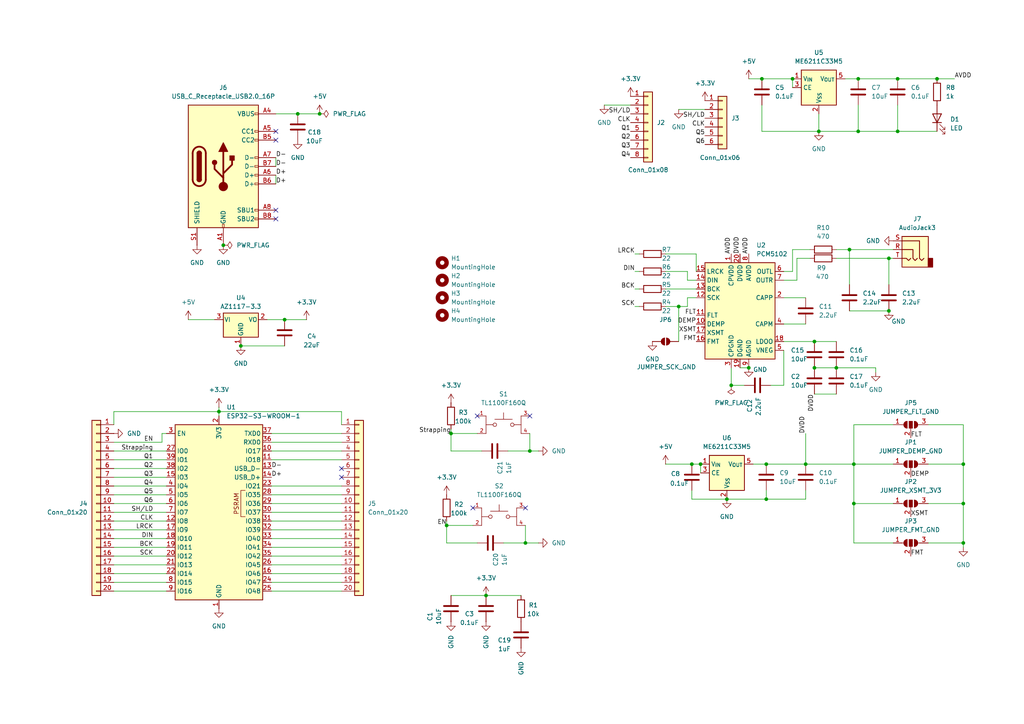
<source format=kicad_sch>
(kicad_sch (version 20231120) (generator "eeschema") (generator_version "8.0")
  (paper "A4")
  (junction (at 237.49 38.1))
  (junction (at 153.67 130.81))
  (junction (at 220.98 22.86))
  (junction (at 129.54 152.4))
  (junction (at 260.35 22.86))
  (junction (at 63.5 119.38))
  (junction (at 248.92 22.86))
  (junction (at 92.71 33.02))
  (junction (at 248.92 38.1))
  (junction (at 82.55 92.71))
  (junction (at 69.85 100.33))
  (junction (at 246.38 72.39))
  (junction (at 279.4 146.05))
  (junction (at 196.85 88.9))
  (junction (at 236.22 106.68))
  (junction (at 242.57 106.68))
  (junction (at 86.36 33.02))
  (junction (at 210.82 144.78))
  (junction (at 233.68 134.62))
  (junction (at 260.35 38.1))
  (junction (at 236.22 99.06))
  (junction (at 200.66 134.62))
  (junction (at 64.77 71.12))
  (junction (at 203.2 134.62))
  (junction (at 257.81 90.17))
  (junction (at 217.17 106.68))
  (junction (at 279.4 134.62))
  (junction (at 212.09 111.76))
  (junction (at 140.97 172.72))
  (junction (at 152.4 157.48))
  (junction (at 257.81 74.93))
  (junction (at 279.4 157.48))
  (junction (at 247.65 134.62))
  (junction (at 229.87 22.86))
  (junction (at 247.65 146.05))
  (junction (at 130.81 125.73))
  (junction (at 222.25 144.78))
  (junction (at 271.78 22.86))
  (junction (at 222.25 134.62))
  (no_connect (at 153.67 120.65))
  (no_connect (at 80.01 63.5))
  (no_connect (at 138.43 120.65))
  (no_connect (at 80.01 38.1))
  (no_connect (at 152.4 147.32))
  (no_connect (at 80.01 60.96))
  (no_connect (at 99.06 135.89))
  (no_connect (at 80.01 40.64))
  (no_connect (at 137.16 147.32))
  (no_connect (at 99.06 138.43))
  (wire (pts (xy 153.67 125.73) (xy 153.67 130.81)))
  (wire (pts (xy 99.06 128.27) (xy 78.74 128.27)))
  (wire (pts (xy 237.49 38.1) (xy 237.49 33.02)))
  (wire (pts (xy 33.02 140.97) (xy 48.26 140.97)))
  (wire (pts (xy 99.06 163.83) (xy 78.74 163.83)))
  (wire (pts (xy 248.92 22.86) (xy 260.35 22.86)))
  (wire (pts (xy 229.87 22.86) (xy 229.87 25.4)))
  (wire (pts (xy 152.4 157.48) (xy 146.05 157.48)))
  (wire (pts (xy 33.02 153.67) (xy 48.26 153.67)))
  (wire (pts (xy 248.92 30.48) (xy 248.92 38.1)))
  (wire (pts (xy 260.35 30.48) (xy 260.35 38.1)))
  (wire (pts (xy 217.17 22.86) (xy 220.98 22.86)))
  (wire (pts (xy 69.85 100.33) (xy 82.55 100.33)))
  (wire (pts (xy 212.09 106.68) (xy 212.09 111.76)))
  (wire (pts (xy 193.04 134.62) (xy 200.66 134.62)))
  (wire (pts (xy 199.39 81.28) (xy 201.93 81.28)))
  (wire (pts (xy 33.02 163.83) (xy 48.26 163.83)))
  (wire (pts (xy 233.68 142.24) (xy 233.68 144.78)))
  (wire (pts (xy 200.66 144.78) (xy 210.82 144.78)))
  (wire (pts (xy 210.82 144.78) (xy 222.25 144.78)))
  (wire (pts (xy 247.65 134.62) (xy 247.65 146.05)))
  (wire (pts (xy 269.24 146.05) (xy 279.4 146.05)))
  (wire (pts (xy 246.38 72.39) (xy 246.38 82.55)))
  (wire (pts (xy 33.02 133.35) (xy 48.26 133.35)))
  (wire (pts (xy 259.08 123.19) (xy 247.65 123.19)))
  (wire (pts (xy 130.81 172.72) (xy 140.97 172.72)))
  (wire (pts (xy 279.4 134.62) (xy 279.4 146.05)))
  (wire (pts (xy 130.81 125.73) (xy 138.43 125.73)))
  (wire (pts (xy 33.02 166.37) (xy 48.26 166.37)))
  (wire (pts (xy 218.44 134.62) (xy 222.25 134.62)))
  (wire (pts (xy 245.11 22.86) (xy 248.92 22.86)))
  (wire (pts (xy 99.06 130.81) (xy 78.74 130.81)))
  (wire (pts (xy 242.57 74.93) (xy 257.81 74.93)))
  (wire (pts (xy 99.06 161.29) (xy 78.74 161.29)))
  (wire (pts (xy 233.68 125.73) (xy 233.68 134.62)))
  (wire (pts (xy 242.57 106.68) (xy 254 106.68)))
  (wire (pts (xy 129.54 152.4) (xy 129.54 157.48)))
  (wire (pts (xy 140.97 172.72) (xy 151.13 172.72)))
  (wire (pts (xy 82.55 92.71) (xy 88.9 92.71)))
  (wire (pts (xy 222.25 142.24) (xy 222.25 144.78)))
  (wire (pts (xy 129.54 151.13) (xy 129.54 152.4)))
  (wire (pts (xy 130.81 125.73) (xy 130.81 130.81)))
  (wire (pts (xy 220.98 30.48) (xy 220.98 38.1)))
  (wire (pts (xy 99.06 158.75) (xy 78.74 158.75)))
  (wire (pts (xy 223.52 111.76) (xy 227.33 111.76)))
  (wire (pts (xy 54.61 92.71) (xy 62.23 92.71)))
  (wire (pts (xy 279.4 123.19) (xy 279.4 134.62)))
  (wire (pts (xy 184.15 88.9) (xy 185.42 88.9)))
  (wire (pts (xy 279.4 157.48) (xy 279.4 158.75)))
  (wire (pts (xy 99.06 151.13) (xy 78.74 151.13)))
  (wire (pts (xy 46.99 128.27) (xy 33.02 128.27)))
  (wire (pts (xy 33.02 171.45) (xy 48.26 171.45)))
  (wire (pts (xy 248.92 38.1) (xy 260.35 38.1)))
  (wire (pts (xy 184.15 83.82) (xy 185.42 83.82)))
  (wire (pts (xy 220.98 38.1) (xy 237.49 38.1)))
  (wire (pts (xy 99.06 125.73) (xy 78.74 125.73)))
  (wire (pts (xy 92.71 33.02) (xy 86.36 33.02)))
  (wire (pts (xy 231.14 81.28) (xy 227.33 81.28)))
  (wire (pts (xy 63.5 119.38) (xy 63.5 120.65)))
  (wire (pts (xy 231.14 74.93) (xy 231.14 81.28)))
  (wire (pts (xy 229.87 72.39) (xy 229.87 78.74)))
  (wire (pts (xy 80.01 45.72) (xy 80.01 48.26)))
  (wire (pts (xy 259.08 157.48) (xy 247.65 157.48)))
  (wire (pts (xy 193.04 83.82) (xy 201.93 83.82)))
  (wire (pts (xy 86.36 33.02) (xy 80.01 33.02)))
  (wire (pts (xy 269.24 134.62) (xy 279.4 134.62)))
  (wire (pts (xy 130.81 130.81) (xy 139.7 130.81)))
  (wire (pts (xy 99.06 153.67) (xy 78.74 153.67)))
  (wire (pts (xy 246.38 72.39) (xy 259.08 72.39)))
  (wire (pts (xy 237.49 38.1) (xy 248.92 38.1)))
  (wire (pts (xy 147.32 130.81) (xy 153.67 130.81)))
  (wire (pts (xy 260.35 22.86) (xy 271.78 22.86)))
  (wire (pts (xy 271.78 22.86) (xy 276.86 22.86)))
  (wire (pts (xy 233.68 134.62) (xy 247.65 134.62)))
  (wire (pts (xy 254 106.68) (xy 254 107.95)))
  (wire (pts (xy 99.06 148.59) (xy 78.74 148.59)))
  (wire (pts (xy 33.02 158.75) (xy 48.26 158.75)))
  (wire (pts (xy 257.81 74.93) (xy 257.81 82.55)))
  (wire (pts (xy 33.02 138.43) (xy 48.26 138.43)))
  (wire (pts (xy 236.22 106.68) (xy 242.57 106.68)))
  (wire (pts (xy 231.14 74.93) (xy 234.95 74.93)))
  (wire (pts (xy 257.81 74.93) (xy 259.08 74.93)))
  (wire (pts (xy 33.02 168.91) (xy 48.26 168.91)))
  (wire (pts (xy 236.22 99.06) (xy 242.57 99.06)))
  (wire (pts (xy 184.15 78.74) (xy 185.42 78.74)))
  (wire (pts (xy 63.5 119.38) (xy 63.5 118.11)))
  (wire (pts (xy 269.24 157.48) (xy 279.4 157.48)))
  (wire (pts (xy 99.06 123.19) (xy 99.06 119.38)))
  (wire (pts (xy 214.63 106.68) (xy 217.17 106.68)))
  (wire (pts (xy 212.09 111.76) (xy 215.9 111.76)))
  (wire (pts (xy 220.98 22.86) (xy 229.87 22.86)))
  (wire (pts (xy 80.01 50.8) (xy 80.01 53.34)))
  (wire (pts (xy 99.06 156.21) (xy 78.74 156.21)))
  (wire (pts (xy 33.02 123.19) (xy 33.02 119.38)))
  (wire (pts (xy 242.57 72.39) (xy 246.38 72.39)))
  (wire (pts (xy 247.65 157.48) (xy 247.65 146.05)))
  (wire (pts (xy 99.06 171.45) (xy 78.74 171.45)))
  (wire (pts (xy 99.06 168.91) (xy 78.74 168.91)))
  (wire (pts (xy 99.06 119.38) (xy 63.5 119.38)))
  (wire (pts (xy 227.33 86.36) (xy 233.68 86.36)))
  (wire (pts (xy 99.06 140.97) (xy 78.74 140.97)))
  (wire (pts (xy 129.54 152.4) (xy 137.16 152.4)))
  (wire (pts (xy 152.4 152.4) (xy 152.4 157.48)))
  (wire (pts (xy 184.15 73.66) (xy 185.42 73.66)))
  (wire (pts (xy 193.04 73.66) (xy 201.93 73.66)))
  (wire (pts (xy 269.24 123.19) (xy 279.4 123.19)))
  (wire (pts (xy 236.22 114.3) (xy 242.57 114.3)))
  (wire (pts (xy 33.02 130.81) (xy 48.26 130.81)))
  (wire (pts (xy 130.81 124.46) (xy 130.81 125.73)))
  (wire (pts (xy 260.35 38.1) (xy 271.78 38.1)))
  (wire (pts (xy 222.25 134.62) (xy 233.68 134.62)))
  (wire (pts (xy 48.26 125.73) (xy 46.99 125.73)))
  (wire (pts (xy 203.2 134.62) (xy 203.2 137.16)))
  (wire (pts (xy 33.02 119.38) (xy 63.5 119.38)))
  (wire (pts (xy 199.39 86.36) (xy 201.93 86.36)))
  (wire (pts (xy 33.02 151.13) (xy 48.26 151.13)))
  (wire (pts (xy 152.4 157.48) (xy 156.21 157.48)))
  (wire (pts (xy 33.02 135.89) (xy 48.26 135.89)))
  (wire (pts (xy 279.4 146.05) (xy 279.4 157.48)))
  (wire (pts (xy 200.66 134.62) (xy 203.2 134.62)))
  (wire (pts (xy 200.66 142.24) (xy 200.66 144.78)))
  (wire (pts (xy 99.06 133.35) (xy 78.74 133.35)))
  (wire (pts (xy 227.33 99.06) (xy 236.22 99.06)))
  (wire (pts (xy 227.33 101.6) (xy 227.33 111.76)))
  (wire (pts (xy 199.39 88.9) (xy 199.39 86.36)))
  (wire (pts (xy 247.65 134.62) (xy 259.08 134.62)))
  (wire (pts (xy 33.02 156.21) (xy 48.26 156.21)))
  (wire (pts (xy 46.99 125.73) (xy 46.99 128.27)))
  (wire (pts (xy 33.02 143.51) (xy 48.26 143.51)))
  (wire (pts (xy 33.02 161.29) (xy 48.26 161.29)))
  (wire (pts (xy 99.06 143.51) (xy 78.74 143.51)))
  (wire (pts (xy 196.85 31.75) (xy 204.47 31.75)))
  (wire (pts (xy 227.33 93.98) (xy 233.68 93.98)))
  (wire (pts (xy 99.06 166.37) (xy 78.74 166.37)))
  (wire (pts (xy 246.38 90.17) (xy 257.81 90.17)))
  (wire (pts (xy 77.47 92.71) (xy 82.55 92.71)))
  (wire (pts (xy 222.25 144.78) (xy 233.68 144.78)))
  (wire (pts (xy 229.87 78.74) (xy 227.33 78.74)))
  (wire (pts (xy 259.08 146.05) (xy 247.65 146.05)))
  (wire (pts (xy 156.21 130.81) (xy 153.67 130.81)))
  (wire (pts (xy 247.65 123.19) (xy 247.65 134.62)))
  (wire (pts (xy 201.93 73.66) (xy 201.93 78.74)))
  (wire (pts (xy 193.04 88.9) (xy 196.85 88.9)))
  (wire (pts (xy 229.87 72.39) (xy 234.95 72.39)))
  (wire (pts (xy 196.85 88.9) (xy 199.39 88.9)))
  (wire (pts (xy 33.02 148.59) (xy 48.26 148.59)))
  (wire (pts (xy 199.39 78.74) (xy 199.39 81.28)))
  (wire (pts (xy 33.02 146.05) (xy 48.26 146.05)))
  (wire (pts (xy 129.54 157.48) (xy 138.43 157.48)))
  (wire (pts (xy 99.06 146.05) (xy 78.74 146.05)))
  (wire (pts (xy 196.85 88.9) (xy 196.85 99.06)))
  (wire (pts (xy 175.26 30.48) (xy 182.88 30.48)))
  (wire (pts (xy 193.04 78.74) (xy 199.39 78.74)))
  (label "FLT" (at 264.16 127 0))
  (label "Q5" (at 44.45 143.51 180))
  (label "FLT" (at 201.93 91.44 180))
  (label "Q3" (at 182.88 43.18 180))
  (label "SH{slash}LD" (at 204.47 34.29 180))
  (label "Q1" (at 182.88 38.1 180))
  (label "Q6" (at 44.45 146.05 180))
  (label "D+" (at 78.74 138.43 0))
  (label "Q2" (at 44.45 135.89 180))
  (label "Strapping" (at 130.81 125.73 180))
  (label "DVDD" (at 233.68 125.73 90))
  (label "DEMP" (at 201.93 93.98 180))
  (label "EN" (at 44.45 128.27 180))
  (label "D-" (at 78.74 135.89 0))
  (label "BCK" (at 184.15 83.82 180))
  (label "DEMP" (at 264.16 138.43 0))
  (label "LRCK" (at 184.15 73.66 180))
  (label "SH{slash}LD" (at 182.88 33.02 180))
  (label "LRCK" (at 44.45 153.67 180))
  (label "DVDD" (at 214.63 73.66 90))
  (label "D-" (at 80.01 48.26 0))
  (label "SH{slash}LD" (at 44.45 148.59 180))
  (label "FMT" (at 201.93 99.06 180))
  (label "XSMT" (at 264.16 149.86 0))
  (label "EN" (at 129.54 152.4 180))
  (label "Q4" (at 182.88 45.72 180))
  (label "Strapping" (at 44.45 130.81 180))
  (label "AVDD" (at 212.09 73.66 90))
  (label "AVDD" (at 276.86 22.86 0))
  (label "Q6" (at 204.47 41.91 180))
  (label "CLK" (at 204.47 36.83 180))
  (label "DIN" (at 44.45 156.21 180))
  (label "CLK" (at 44.45 151.13 180))
  (label "Q2" (at 182.88 40.64 180))
  (label "DIN" (at 184.15 78.74 180))
  (label "D+" (at 80.01 53.34 0))
  (label "FMT" (at 264.16 161.29 0))
  (label "Q4" (at 44.45 140.97 180))
  (label "BCK" (at 44.45 158.75 180))
  (label "Q5" (at 204.47 39.37 180))
  (label "Q3" (at 44.45 138.43 180))
  (label "DVDD" (at 236.22 114.3 270))
  (label "Q1" (at 44.45 133.35 180))
  (label "AVDD" (at 217.17 73.66 90))
  (label "D+" (at 80.01 50.8 0))
  (label "SCK" (at 184.15 88.9 180))
  (label "SCK" (at 44.45 161.29 180))
  (label "XSMT" (at 201.93 96.52 180))
  (label "CLK" (at 182.88 35.56 180))
  (label "D-" (at 80.01 45.72 0))
  (symbol (lib_id "power:GND") (at 254 107.95 0) (unit 1)
    (property "Reference" "#PWR021" (effects (hide yes)))
    (property "Value" "GND" (at 254 113.03 0))
    (property "Description" "Power symbol creates a global label with name \"GND\" , ground" (effects (hide yes)))
  )
  (symbol (lib_id "power:GND") (at 64.77 71.12 0) (unit 1)
    (property "Reference" "#PWR09" (effects (hide yes)))
    (property "Value" "GND" (at 64.77 76.2 0))
    (property "Description" "Power symbol creates a global label with name \"GND\" , ground" (effects (hide yes)))
  )
  (symbol (lib_id "power:+3.3V") (at 182.88 27.94 0) (unit 1)
    (property "Reference" "#PWR014" (effects (hide yes)))
    (property "Value" "+3.3V" (at 182.88 22.86 0))
    (property "Description" "Power symbol creates a global label with name \"+3.3V\"" (effects (hide yes)))
  )
  (symbol (lib_id "Jumper:SolderJumper_3_Open") (at 264.16 146.05 0) (unit 1) (exclude_from_sim yes) (in_bom no)
    (property "Reference" "JP2" (at 264.16 139.7 0))
    (property "Value" "JUMPER_XSMT_3V3" (at 264.16 142.24 0))
    (property "Footprint" "Jumper:SolderJumper-3_P1.3mm_Open_RoundedPad1.0x1.5mm_NumberLabels" (effects (hide yes)))
    (property "Description" "Solder Jumper, 3-pole, open" (effects (hide yes)))
  )
  (symbol (lib_id "power:GND") (at 279.4 158.75 0) (unit 1)
    (property "Reference" "#PWR08" (effects (hide yes)))
    (property "Value" "GND" (at 279.4 163.83 0))
    (property "Description" "Power symbol creates a global label with name \"GND\" , ground" (effects (hide yes)))
  )
  (symbol (lib_id "Connector_Generic:Conn_01x08") (at 187.96 35.56 0) (unit 1)
    (property "Reference" "J2" (at 190.5 35.5599 0) (effects (justify left)))
    (property "Value" "Conn_01x08" (at 182.118 49.276 0) (effects (justify left)))
    (property "Footprint" "Connector_Molex:Molex_KK-254_AE-6410-08A_1x08_P2.54mm_Vertical" (effects (hide yes)))
    (property "Description" "Generic connector, single row, 01x08, script generated (kicad-library-utils/schlib/autogen/connector/)" (effects (hide yes)))
  )
  (symbol (lib_id "Connector:USB_C_Receptacle_USB2.0_16P") (at 64.77 48.26 0) (unit 1)
    (property "Reference" "J6" (at 64.77 25.4 0))
    (property "Value" "USB_C_Receptacle_USB2.0_16P" (at 64.77 27.94 0))
    (property "Footprint" "Connector_USB:USB_C_Receptacle_Amphenol_124019772112A" (effects (hide yes)))
    (property "Datasheet" "https://www.usb.org/sites/default/files/documents/usb_type-c.zip" (effects (hide yes)))
    (property "Description" "USB 2.0-only 16P Type-C Receptacle connector" (effects (hide yes)))
  )
  (symbol (lib_id "Device:C") (at 260.35 26.67 0) (unit 1)
    (property "Reference" "C6" (at 264.16 25.3999 0) (effects (justify left)))
    (property "Value" "0.1uF" (at 264.16 27.9399 0) (effects (justify left)))
    (property "Footprint" "Capacitor_SMD:C_0805_2012Metric_Pad1.18x1.45mm_HandSolder" (effects (hide yes)))
    (property "Description" "Unpolarized capacitor" (effects (hide yes)))
  )
  (symbol (lib_id "power:+3.3V") (at 88.9 92.71 0) (unit 1)
    (property "Reference" "#PWR05" (effects (hide yes)))
    (property "Value" "+3.3V" (at 88.9 87.63 0))
    (property "Description" "Power symbol creates a global label with name \"+3.3V\"" (effects (hide yes)))
  )
  (symbol (lib_id "power:+5V") (at 217.17 22.86 0) (unit 1)
    (property "Reference" "#PWR013" (effects (hide yes)))
    (property "Value" "+5V" (at 217.17 17.78 0))
    (property "Description" "Power symbol creates a global label with name \"+5V\"" (effects (hide yes)))
  )
  (symbol (lib_id "Regulator_Linear:ME6211C33M5") (at 237.49 25.4 0) (unit 1)
    (property "Reference" "U5" (at 237.49 15.24 0))
    (property "Value" "ME6211C33M5" (at 237.49 17.78 0))
    (property "Footprint" "Package_TO_SOT_SMD:SOT-23-5" (effects (hide yes)))
    (property "Datasheet" "https://www.lcsc.com/datasheet/lcsc_datasheet_2304140030_MICRONE-Nanjing-Micro-One-Elec-ME6211C33R5G_C235316.pdf" (effects (hide yes)))
    (property "Description" "500mA low dropout linear regulator, shutdown pin, 6.5V max input voltage, 3.3V fixed positive output, SOT-23-5" (effects (hide yes)))
  )
  (symbol (lib_id "power:GND") (at 69.85 100.33 0) (unit 1)
    (property "Reference" "#PWR04" (effects (hide yes)))
    (property "Value" "GND" (at 69.85 105.41 0))
    (property "Description" "Power symbol creates a global label with name \"GND\" , ground" (effects (hide yes)))
  )
  (symbol (lib_id "Connector_Audio:AudioJack3") (at 264.16 72.39 0) (mirror y) (unit 1)
    (property "Reference" "J7" (at 266.065 63.5 0))
    (property "Value" "AudioJack3" (at 266.065 66.04 0))
    (property "Footprint" "Connector_Audio:Jack_3.5mm_CUI_SJ-3523-SMT_Horizontal" (effects (hide yes)))
    (property "Description" "Audio Jack, 3 Poles (Stereo / TRS)" (effects (hide yes)))
  )
  (symbol (lib_id "RF_Module:ESP32-S3-WROOM-1") (at 63.5 148.59 0) (unit 1)
    (property "Reference" "U1" (at 65.6941 118.11 0) (effects (justify left)))
    (property "Value" "ESP32-S3-WROOM-1" (at 65.6941 120.65 0) (effects (justify left)))
    (property "Footprint" "RF_Module:ESP32-S3-WROOM-1" (effects (hide yes)))
    (property "Datasheet" "https://www.espressif.com/sites/default/files/documentation/esp32-s3-wroom-1_wroom-1u_datasheet_en.pdf" (effects (hide yes)))
    (property "Description" "RF Module, ESP32-S3 SoC, Wi-Fi 802.11b/g/n, Bluetooth, BLE, 32-bit, 3.3V, onboard antenna, SMD" (effects (hide yes)))
  )
  (symbol (lib_id "power:+5V") (at 193.04 134.62 0) (unit 1)
    (property "Reference" "#PWR025" (effects (hide yes)))
    (property "Value" "+5V" (at 193.04 129.54 0))
    (property "Description" "Power symbol creates a global label with name \"+5V\"" (effects (hide yes)))
  )
  (symbol (lib_id "Mechanical:MountingHole") (at 128.27 81.28 0) (unit 1) (exclude_from_sim yes) (in_bom no)
    (property "Reference" "H2" (at 130.81 80.0099 0) (effects (justify left)))
    (property "Value" "MountingHole" (at 130.81 82.5499 0) (effects (justify left)))
    (property "Footprint" "MountingHole:MountingHole_3.2mm_M3" (effects (hide yes)))
    (property "Description" "Mounting Hole without connection" (effects (hide yes)))
  )
  (symbol (lib_id "power:GND") (at 210.82 144.78 0) (unit 1)
    (property "Reference" "#PWR016" (effects (hide yes)))
    (property "Value" "GND" (at 210.82 149.86 0))
    (property "Description" "Power symbol creates a global label with name \"GND\" , ground" (effects (hide yes)))
  )
  (symbol (lib_id "TL1100F160Q:TL1100F160Q") (at 146.05 123.19 0) (unit 1)
    (property "Reference" "S1" (at 146.05 114.3 0))
    (property "Value" "TL1100F160Q" (at 146.05 116.84 0))
    (property "Footprint" "footprints:SW_TL1100F160Q" (effects (hide yes)))
    (property "MF" "E-Switch" (effects (hide yes)))
    (property "MAXIMUM_PACKAGE_HEIGHT" "7.3mm" (effects (hide yes)))
    (property "Package" "None" (effects (hide yes)))
    (property "Price" "None" (effects (hide yes)))
    (property "Check_prices" "https://www.snapeda.com/parts/TL1100F160Q/E-Switch/view-part/?ref=eda" (effects (hide yes)))
    (property "STANDARD" "Manufacturer Recommendations" (effects (hide yes)))
    (property "PARTREV" "D" (effects (hide yes)))
    (property "SnapEDA_Link" "https://www.snapeda.com/parts/TL1100F160Q/E-Switch/view-part/?ref=snap" (effects (hide yes)))
    (property "MP" "TL1100F160Q" (effects (hide yes)))
    (property "Description_1" "\n                        \n                            Tactile Switch, TL1100 Series, SPST-NO, 12mm Top Actuated, 0.05A, 12VDC, PC | E-Switch TL1100F160Q\n                        \n" (effects (hide yes)))
    (property "MANUFACTURER" "E-Switch" (effects (hide yes)))
    (property "Availability" "In Stock" (effects (hide yes)))
    (property "SNAPEDA_PN" "TL1100F160Q" (effects (hide yes)))
  )
  (symbol (lib_id "Device:R") (at 238.76 74.93 90) (unit 1)
    (property "Reference" "R9" (at 238.252 77.724 90))
    (property "Value" "470" (at 238.506 80.264 90))
    (property "Footprint" "Resistor_SMD:R_0805_2012Metric_Pad1.20x1.40mm_HandSolder" (effects (hide yes)))
    (property "Description" "Resistor" (effects (hide yes)))
  )
  (symbol (lib_id "power:PWR_FLAG") (at 212.09 111.76 180) (unit 1)
    (property "Reference" "#FLG03" (effects (hide yes)))
    (property "Value" "PWR_FLAG" (at 212.09 116.84 0))
    (property "Description" "Special symbol for telling ERC where power comes from" (effects (hide yes)))
  )
  (symbol (lib_id "Device:R") (at 189.23 73.66 90) (unit 1)
    (property "Reference" "R7" (at 193.294 72.39 90))
    (property "Value" "22" (at 193.294 74.93 90))
    (property "Footprint" "Resistor_SMD:R_0805_2012Metric_Pad1.20x1.40mm_HandSolder" (effects (hide yes)))
    (property "Description" "Resistor" (effects (hide yes)))
  )
  (symbol (lib_id "Device:C") (at 242.57 102.87 0) (unit 1)
    (property "Reference" "C16" (at 246.38 101.5999 0) (effects (justify left)))
    (property "Value" "0.1uF" (at 246.38 104.1399 0) (effects (justify left)))
    (property "Footprint" "Capacitor_SMD:C_0805_2012Metric_Pad1.18x1.45mm_HandSolder" (effects (hide yes)))
    (property "Description" "Unpolarized capacitor" (effects (hide yes)))
  )
  (symbol (lib_id "Connector_Generic:Conn_01x06") (at 209.55 34.29 0) (unit 1)
    (property "Reference" "J3" (at 212.09 34.2899 0) (effects (justify left)))
    (property "Value" "Conn_01x06" (at 202.946 45.72 0) (effects (justify left)))
    (property "Footprint" "Connector_Molex:Molex_KK-254_AE-6410-06A_1x06_P2.54mm_Vertical" (effects (hide yes)))
    (property "Description" "Generic connector, single row, 01x06, script generated (kicad-library-utils/schlib/autogen/connector/)" (effects (hide yes)))
  )
  (symbol (lib_id "Device:C") (at 236.22 110.49 0) (unit 1)
    (property "Reference" "C2" (at 229.362 109.22 0) (effects (justify left)))
    (property "Value" "10uF" (at 229.362 111.76 0) (effects (justify left)))
    (property "Footprint" "Capacitor_SMD:C_0805_2012Metric_Pad1.18x1.45mm_HandSolder" (effects (hide yes)))
    (property "Description" "Unpolarized capacitor" (effects (hide yes)))
  )
  (symbol (lib_id "Device:C") (at 130.81 176.53 180) (unit 1)
    (property "Reference" "C1" (at 124.714 178.816 90))
    (property "Value" "10uF" (at 127.254 178.816 90))
    (property "Footprint" "Capacitor_SMD:C_0805_2012Metric_Pad1.18x1.45mm_HandSolder" (effects (hide yes)))
    (property "Description" "Unpolarized capacitor" (effects (hide yes)))
  )
  (symbol (lib_id "power:GND") (at 130.81 180.34 0) (unit 1)
    (property "Reference" "#PWR01" (effects (hide yes)))
    (property "Value" "GND" (at 130.8099 184.15 90) (effects (justify right)))
    (property "Description" "Power symbol creates a global label with name \"GND\" , ground" (effects (hide yes)))
  )
  (symbol (lib_id "Device:R") (at 130.81 120.65 180) (unit 1)
    (property "Reference" "R3" (at 134.366 119.634 0))
    (property "Value" "100k" (at 134.366 122.174 0))
    (property "Footprint" "Resistor_SMD:R_0805_2012Metric_Pad1.20x1.40mm_HandSolder" (effects (hide yes)))
    (property "Description" "Resistor" (effects (hide yes)))
  )
  (symbol (lib_id "Device:R") (at 189.23 83.82 90) (unit 1)
    (property "Reference" "R5" (at 193.294 82.55 90))
    (property "Value" "22" (at 193.294 85.09 90))
    (property "Footprint" "Resistor_SMD:R_0805_2012Metric_Pad1.20x1.40mm_HandSolder" (effects (hide yes)))
    (property "Description" "Resistor" (effects (hide yes)))
  )
  (symbol (lib_id "power:GND") (at 33.02 125.73 90) (unit 1)
    (property "Reference" "#PWR026" (effects (hide yes)))
    (property "Value" "GND" (at 36.83 125.7299 90) (effects (justify right)))
    (property "Description" "Power symbol creates a global label with name \"GND\" , ground" (effects (hide yes)))
  )
  (symbol (lib_id "Device:C") (at 233.68 90.17 0) (unit 1)
    (property "Reference" "C11" (at 237.49 88.8999 0) (effects (justify left)))
    (property "Value" "2.2uF" (at 237.49 91.4399 0) (effects (justify left)))
    (property "Footprint" "Capacitor_SMD:C_0805_2012Metric_Pad1.18x1.45mm_HandSolder" (effects (hide yes)))
    (property "Description" "Unpolarized capacitor" (effects (hide yes)))
  )
  (symbol (lib_id "Jumper:SolderJumper_3_Open") (at 264.16 134.62 0) (unit 1) (exclude_from_sim yes) (in_bom no)
    (property "Reference" "JP1" (at 264.16 128.27 0))
    (property "Value" "JUMPER_DEMP_GND" (at 264.16 130.81 0))
    (property "Footprint" "Jumper:SolderJumper-3_P1.3mm_Open_RoundedPad1.0x1.5mm_NumberLabels" (effects (hide yes)))
    (property "Description" "Solder Jumper, 3-pole, open" (effects (hide yes)))
  )
  (symbol (lib_id "Device:R") (at 129.54 147.32 180) (unit 1)
    (property "Reference" "R2" (at 133.096 146.304 0))
    (property "Value" "100k" (at 133.096 148.844 0))
    (property "Footprint" "Resistor_SMD:R_0805_2012Metric_Pad1.20x1.40mm_HandSolder" (effects (hide yes)))
    (property "Description" "Resistor" (effects (hide yes)))
  )
  (symbol (lib_id "Jumper:SolderJumper_3_Open") (at 264.16 157.48 0) (unit 1) (exclude_from_sim yes) (in_bom no)
    (property "Reference" "JP3" (at 264.16 151.13 0))
    (property "Value" "JUMPER_FMT_GND" (at 264.16 153.67 0))
    (property "Footprint" "Jumper:SolderJumper-3_P1.3mm_Open_RoundedPad1.0x1.5mm_NumberLabels" (effects (hide yes)))
    (property "Description" "Solder Jumper, 3-pole, open" (effects (hide yes)))
  )
  (symbol (lib_id "Device:R") (at 189.23 88.9 90) (unit 1)
    (property "Reference" "R4" (at 193.294 87.63 90))
    (property "Value" "22" (at 193.294 90.17 90))
    (property "Footprint" "Resistor_SMD:R_0805_2012Metric_Pad1.20x1.40mm_HandSolder" (effects (hide yes)))
    (property "Description" "Resistor" (effects (hide yes)))
  )
  (symbol (lib_id "power:GND") (at 156.21 157.48 90) (unit 1)
    (property "Reference" "#PWR030" (effects (hide yes)))
    (property "Value" "GND" (at 160.02 157.4801 90) (effects (justify right)))
    (property "Description" "Power symbol creates a global label with name \"GND\" , ground" (effects (hide yes)))
  )
  (symbol (lib_id "Jumper:SolderJumper_2_Open") (at 193.04 99.06 0) (unit 1) (exclude_from_sim yes) (in_bom no)
    (property "Reference" "JP6" (at 193.04 92.71 0))
    (property "Value" "JUMPER_SCK_GND" (at 193.294 106.426 0))
    (property "Footprint" "Jumper:SolderJumper-2_P1.3mm_Open_TrianglePad1.0x1.5mm" (effects (hide yes)))
    (property "Description" "Solder Jumper, 2-pole, open" (effects (hide yes)))
  )
  (symbol (lib_id "Device:C") (at 142.24 157.48 270) (unit 1)
    (property "Reference" "C20" (at 143.764 162.306 0))
    (property "Value" "1uF" (at 146.304 162.306 0))
    (property "Footprint" "Capacitor_SMD:C_0805_2012Metric_Pad1.18x1.45mm_HandSolder" (effects (hide yes)))
    (property "Description" "Unpolarized capacitor" (effects (hide yes)))
  )
  (symbol (lib_id "Device:C") (at 222.25 138.43 0) (unit 1)
    (property "Reference" "C9" (at 226.06 137.1599 0) (effects (justify left)))
    (property "Value" "10uF" (at 226.06 139.6999 0) (effects (justify left)))
    (property "Footprint" "Capacitor_SMD:C_0805_2012Metric_Pad1.18x1.45mm_HandSolder" (effects (hide yes)))
    (property "Description" "Unpolarized capacitor" (effects (hide yes)))
  )
  (symbol (lib_id "power:GND") (at 86.36 40.64 0) (unit 1)
    (property "Reference" "#PWR011" (effects (hide yes)))
    (property "Value" "GND" (at 86.36 45.72 0))
    (property "Description" "Power symbol creates a global label with name \"GND\" , ground" (effects (hide yes)))
  )
  (symbol (lib_id "power:+3.3V") (at 140.97 172.72 0) (unit 1)
    (property "Reference" "#PWR029" (effects (hide yes)))
    (property "Value" "+3.3V" (at 140.97 167.64 0))
    (property "Description" "Power symbol creates a global label with name \"+3.3V\"" (effects (hide yes)))
  )
  (symbol (lib_id "Device:C") (at 257.81 86.36 0) (unit 1)
    (property "Reference" "C13" (at 261.62 85.0899 0) (effects (justify left)))
    (property "Value" "2.2uF" (at 261.62 87.6299 0) (effects (justify left)))
    (property "Footprint" "Capacitor_SMD:C_0805_2012Metric_Pad1.18x1.45mm_HandSolder" (effects (hide yes)))
    (property "Description" "Unpolarized capacitor" (effects (hide yes)))
  )
  (symbol (lib_id "power:GND") (at 175.26 30.48 0) (unit 1)
    (property "Reference" "#PWR023" (effects (hide yes)))
    (property "Value" "GND" (at 175.26 35.56 0))
    (property "Description" "Power symbol creates a global label with name \"GND\" , ground" (effects (hide yes)))
  )
  (symbol (lib_id "power:GND") (at 237.49 38.1 0) (unit 1)
    (property "Reference" "#PWR015" (effects (hide yes)))
    (property "Value" "GND" (at 237.49 43.18 0))
    (property "Description" "Power symbol creates a global label with name \"GND\" , ground" (effects (hide yes)))
  )
  (symbol (lib_id "Device:R") (at 189.23 78.74 90) (unit 1)
    (property "Reference" "R6" (at 193.294 77.47 90))
    (property "Value" "22" (at 193.294 80.01 90))
    (property "Footprint" "Resistor_SMD:R_0805_2012Metric_Pad1.20x1.40mm_HandSolder" (effects (hide yes)))
    (property "Description" "Resistor" (effects (hide yes)))
  )
  (symbol (lib_id "Device:C") (at 200.66 138.43 0) (unit 1)
    (property "Reference" "C8" (at 194.564 137.414 0) (effects (justify left)))
    (property "Value" "0.1uF" (at 194.31 140.208 0) (effects (justify left)))
    (property "Footprint" "Capacitor_SMD:C_0805_2012Metric_Pad1.18x1.45mm_HandSolder" (effects (hide yes)))
    (property "Description" "Unpolarized capacitor" (effects (hide yes)))
  )
  (symbol (lib_id "Device:C") (at 82.55 96.52 180) (unit 1)
    (property "Reference" "C4" (at 90.424 97.536 0))
    (property "Value" "22uF" (at 90.424 100.076 0))
    (property "Footprint" "Capacitor_SMD:C_0805_2012Metric_Pad1.18x1.45mm_HandSolder" (effects (hide yes)))
    (property "Description" "Unpolarized capacitor" (effects (hide yes)))
  )
  (symbol (lib_id "power:+5V") (at 54.61 92.71 0) (unit 1)
    (property "Reference" "#PWR03" (effects (hide yes)))
    (property "Value" "+5V" (at 54.61 87.63 0))
    (property "Description" "Power symbol creates a global label with name \"+5V\"" (effects (hide yes)))
  )
  (symbol (lib_id "power:GND") (at 189.23 99.06 0) (unit 1)
    (property "Reference" "#PWR010" (effects (hide yes)))
    (property "Value" "GND" (at 189.23 104.14 0))
    (property "Description" "Power symbol creates a global label with name \"GND\" , ground" (effects (hide yes)))
  )
  (symbol (lib_id "power:GND") (at 156.21 130.81 90) (unit 1)
    (property "Reference" "#PWR033" (effects (hide yes)))
    (property "Value" "GND" (at 160.02 130.8101 90) (effects (justify right)))
    (property "Description" "Power symbol creates a global label with name \"GND\" , ground" (effects (hide yes)))
  )
  (symbol (lib_id "Device:C") (at 246.38 86.36 180) (unit 1)
    (property "Reference" "C14" (at 250.19 85.0899 0) (effects (justify right)))
    (property "Value" "2.2uF" (at 250.19 87.6299 0) (effects (justify right)))
    (property "Footprint" "Capacitor_SMD:C_0805_2012Metric_Pad1.18x1.45mm_HandSolder" (effects (hide yes)))
    (property "Description" "Unpolarized capacitor" (effects (hide yes)))
  )
  (symbol (lib_id "power:+3.3V") (at 130.81 116.84 0) (unit 1)
    (property "Reference" "#PWR032" (effects (hide yes)))
    (property "Value" "+3.3V" (at 130.81 111.76 0))
    (property "Description" "Power symbol creates a global label with name \"+3.3V\"" (effects (hide yes)))
  )
  (symbol (lib_id "Connector_Generic:Conn_01x20") (at 104.14 146.05 0) (unit 1)
    (property "Reference" "J5" (at 106.68 146.0499 0) (effects (justify left)))
    (property "Value" "Conn_01x20" (at 106.68 148.5899 0) (effects (justify left)))
    (property "Footprint" "Connector_PinHeader_2.54mm:PinHeader_1x20_P2.54mm_Vertical" (effects (hide yes)))
    (property "Description" "Generic connector, single row, 01x20, script generated (kicad-library-utils/schlib/autogen/connector/)" (effects (hide yes)))
  )
  (symbol (lib_id "Mechanical:MountingHole") (at 128.27 76.2 0) (unit 1) (exclude_from_sim yes) (in_bom no)
    (property "Reference" "H1" (at 130.81 74.9299 0) (effects (justify left)))
    (property "Value" "MountingHole" (at 130.81 77.4699 0) (effects (justify left)))
    (property "Footprint" "MountingHole:MountingHole_3.2mm_M3" (effects (hide yes)))
    (property "Description" "Mounting Hole without connection" (effects (hide yes)))
  )
  (symbol (lib_id "power:GND") (at 140.97 180.34 0) (unit 1)
    (property "Reference" "#PWR027" (effects (hide yes)))
    (property "Value" "GND" (at 140.9699 184.15 90) (effects (justify right)))
    (property "Description" "Power symbol creates a global label with name \"GND\" , ground" (effects (hide yes)))
  )
  (symbol (lib_id "Jumper:SolderJumper_3_Open") (at 264.16 123.19 0) (unit 1) (exclude_from_sim yes) (in_bom no)
    (property "Reference" "JP5" (at 264.16 116.84 0))
    (property "Value" "JUMPER_FLT_GND" (at 264.16 119.38 0))
    (property "Footprint" "Jumper:SolderJumper-3_P1.3mm_Open_RoundedPad1.0x1.5mm_NumberLabels" (effects (hide yes)))
    (property "Description" "Solder Jumper, 3-pole, open" (effects (hide yes)))
  )
  (symbol (lib_id "Device:R") (at 271.78 26.67 0) (unit 1)
    (property "Reference" "R8" (at 274.32 25.3999 0) (effects (justify left)))
    (property "Value" "1k" (at 274.32 27.9399 0) (effects (justify left)))
    (property "Footprint" "Resistor_SMD:R_0805_2012Metric_Pad1.20x1.40mm_HandSolder" (effects (hide yes)))
    (property "Description" "Resistor" (effects (hide yes)))
  )
  (symbol (lib_id "power:GND") (at 257.81 90.17 0) (unit 1)
    (property "Reference" "#PWR020" (effects (hide yes)))
    (property "Value" "GND" (at 260.604 93.218 0))
    (property "Description" "Power symbol creates a global label with name \"GND\" , ground" (effects (hide yes)))
  )
  (symbol (lib_id "Device:C") (at 242.57 110.49 0) (unit 1)
    (property "Reference" "C17" (at 246.38 109.2199 0) (effects (justify left)))
    (property "Value" "0.1uF" (at 246.38 111.7599 0) (effects (justify left)))
    (property "Footprint" "Capacitor_SMD:C_0805_2012Metric_Pad1.18x1.45mm_HandSolder" (effects (hide yes)))
    (property "Description" "Unpolarized capacitor" (effects (hide yes)))
  )
  (symbol (lib_id "Device:C") (at 143.51 130.81 270) (unit 1)
    (property "Reference" "C21" (at 145.034 135.636 0))
    (property "Value" "1uF" (at 147.574 135.636 0))
    (property "Footprint" "Capacitor_SMD:C_0805_2012Metric_Pad1.18x1.45mm_HandSolder" (effects (hide yes)))
    (property "Description" "Unpolarized capacitor" (effects (hide yes)))
  )
  (symbol (lib_id "Device:C") (at 236.22 102.87 0) (unit 1)
    (property "Reference" "C15" (at 229.362 101.6 0) (effects (justify left)))
    (property "Value" "10uF" (at 229.362 104.14 0) (effects (justify left)))
    (property "Footprint" "Capacitor_SMD:C_0805_2012Metric_Pad1.18x1.45mm_HandSolder" (effects (hide yes)))
    (property "Description" "Unpolarized capacitor" (effects (hide yes)))
  )
  (symbol (lib_id "Device:R") (at 238.76 72.39 270) (unit 1)
    (property "Reference" "R10" (at 238.76 66.04 90))
    (property "Value" "470" (at 238.76 68.58 90))
    (property "Footprint" "Resistor_SMD:R_0805_2012Metric_Pad1.20x1.40mm_HandSolder" (effects (hide yes)))
    (property "Description" "Resistor" (effects (hide yes)))
  )
  (symbol (lib_id "power:GND") (at 259.08 69.85 270) (unit 1)
    (property "Reference" "#PWR017" (effects (hide yes)))
    (property "Value" "GND" (at 255.27 69.8499 90) (effects (justify right)))
    (property "Description" "Power symbol creates a global label with name \"GND\" , ground" (effects (hide yes)))
  )
  (symbol (lib_id "Device:C") (at 86.36 36.83 0) (mirror x) (unit 1)
    (property "Reference" "C18" (at 91.186 38.354 0))
    (property "Value" "10uF" (at 91.186 40.894 0))
    (property "Footprint" "Capacitor_SMD:C_0805_2012Metric_Pad1.18x1.45mm_HandSolder" (effects (hide yes)))
    (property "Description" "Unpolarized capacitor" (effects (hide yes)))
  )
  (symbol (lib_id "power:PWR_FLAG") (at 92.71 33.02 270) (unit 1)
    (property "Reference" "#FLG01" (effects (hide yes)))
    (property "Value" "PWR_FLAG" (at 96.52 33.0199 90) (effects (justify left)))
    (property "Description" "Special symbol for telling ERC where power comes from" (effects (hide yes)))
  )
  (symbol (lib_id "power:GND") (at 196.85 31.75 0) (unit 1)
    (property "Reference" "#PWR024" (effects (hide yes)))
    (property "Value" "GND" (at 196.85 36.83 0))
    (property "Description" "Power symbol creates a global label with name \"GND\" , ground" (effects (hide yes)))
  )
  (symbol (lib_id "TL1100F160Q:TL1100F160Q") (at 144.78 149.86 0) (unit 1)
    (property "Reference" "S2" (at 144.78 140.97 0))
    (property "Value" "TL1100F160Q" (at 144.78 143.51 0))
    (property "Footprint" "footprints:SW_TL1100F160Q" (effects (hide yes)))
    (property "MF" "E-Switch" (effects (hide yes)))
    (property "MAXIMUM_PACKAGE_HEIGHT" "7.3mm" (effects (hide yes)))
    (property "Package" "None" (effects (hide yes)))
    (property "Price" "None" (effects (hide yes)))
    (property "Check_prices" "https://www.snapeda.com/parts/TL1100F160Q/E-Switch/view-part/?ref=eda" (effects (hide yes)))
    (property "STANDARD" "Manufacturer Recommendations" (effects (hide yes)))
    (property "PARTREV" "D" (effects (hide yes)))
    (property "SnapEDA_Link" "https://www.snapeda.com/parts/TL1100F160Q/E-Switch/view-part/?ref=snap" (effects (hide yes)))
    (property "MP" "TL1100F160Q" (effects (hide yes)))
    (property "Description_1" "\n                        \n                            Tactile Switch, TL1100 Series, SPST-NO, 12mm Top Actuated, 0.05A, 12VDC, PC | E-Switch TL1100F160Q\n                        \n" (effects (hide yes)))
    (property "MANUFACTURER" "E-Switch" (effects (hide yes)))
    (property "Availability" "In Stock" (effects (hide yes)))
    (property "SNAPEDA_PN" "TL1100F160Q" (effects (hide yes)))
  )
  (symbol (lib_id "power:PWR_FLAG") (at 64.77 71.12 270) (unit 1)
    (property "Reference" "#FLG02" (effects (hide yes)))
    (property "Value" "PWR_FLAG" (at 68.58 71.1199 90) (effects (justify left)))
    (property "Description" "Special symbol for telling ERC where power comes from" (effects (hide yes)))
  )
  (symbol (lib_id "Device:C") (at 220.98 26.67 0) (unit 1)
    (property "Reference" "C5" (at 224.79 25.3999 0) (effects (justify left)))
    (property "Value" "0.1uF" (at 224.79 27.9399 0) (effects (justify left)))
    (property "Footprint" "Capacitor_SMD:C_0805_2012Metric_Pad1.18x1.45mm_HandSolder" (effects (hide yes)))
    (property "Description" "Unpolarized capacitor" (effects (hide yes)))
  )
  (symbol (lib_id "Device:C") (at 140.97 176.53 180) (unit 1)
    (property "Reference" "C3" (at 136.144 178.054 0))
    (property "Value" "0.1uF" (at 136.144 180.594 0))
    (property "Footprint" "Capacitor_SMD:C_0805_2012Metric_Pad1.18x1.45mm_HandSolder" (effects (hide yes)))
    (property "Description" "Unpolarized capacitor" (effects (hide yes)))
  )
  (symbol (lib_id "power:GND") (at 217.17 106.68 0) (unit 1)
    (property "Reference" "#PWR019" (effects (hide yes)))
    (property "Value" "GND" (at 220.472 107.188 0))
    (property "Description" "Power symbol creates a global label with name \"GND\" , ground" (effects (hide yes)))
  )
  (symbol (lib_id "Device:LED") (at 271.78 34.29 90) (unit 1)
    (property "Reference" "D1" (at 275.59 34.6074 90) (effects (justify right)))
    (property "Value" "LED" (at 275.59 37.1474 90) (effects (justify right)))
    (property "Footprint" "LED_SMD:LED_0805_2012Metric_Pad1.15x1.40mm_HandSolder" (effects (hide yes)))
    (property "Description" "Light emitting diode" (effects (hide yes)))
  )
  (symbol (lib_id "power:+3.3V") (at 63.5 118.11 0) (unit 1)
    (property "Reference" "#PWR06" (effects (hide yes)))
    (property "Value" "+3.3V" (at 63.5 113.03 0))
    (property "Description" "Power symbol creates a global label with name \"+3.3V\"" (effects (hide yes)))
  )
  (symbol (lib_id "Audio:PCM5102") (at 214.63 88.9 0) (unit 1)
    (property "Reference" "U2" (at 219.3641 71.12 0) (effects (justify left)))
    (property "Value" "PCM5102" (at 219.3641 73.66 0) (effects (justify left)))
    (property "Footprint" "Package_SO:TSSOP-20_4.4x6.5mm_P0.65mm" (effects (hide yes)))
    (property "Datasheet" "http://www.ti.com/lit/ds/symlink/pcm5102.pdf" (effects (hide yes)))
    (property "Description" "2VRMS DirectPath, 112dB Audio Stereo DAC with 32-bit, 384kHz PCM Interface, TSSOP-20" (effects (hide yes)))
  )
  (symbol (lib_id "power:+5V") (at 92.71 33.02 0) (unit 1)
    (property "Reference" "#PWR02" (effects (hide yes)))
    (property "Value" "+5V" (at 92.71 27.94 0))
    (property "Description" "Power symbol creates a global label with name \"+5V\"" (effects (hide yes)))
  )
  (symbol (lib_id "Mechanical:MountingHole") (at 128.27 91.44 0) (unit 1) (exclude_from_sim yes) (in_bom no)
    (property "Reference" "H4" (at 130.81 90.1699 0) (effects (justify left)))
    (property "Value" "MountingHole" (at 130.81 92.7099 0) (effects (justify left)))
    (property "Footprint" "MountingHole:MountingHole_3.2mm_M3" (effects (hide yes)))
    (property "Description" "Mounting Hole without connection" (effects (hide yes)))
  )
  (symbol (lib_id "Regulator_Linear:ME6211C33M5") (at 210.82 137.16 0) (unit 1)
    (property "Reference" "U6" (at 210.82 127 0))
    (property "Value" "ME6211C33M5" (at 210.82 129.54 0))
    (property "Footprint" "Package_TO_SOT_SMD:SOT-23-5" (effects (hide yes)))
    (property "Datasheet" "https://www.lcsc.com/datasheet/lcsc_datasheet_2304140030_MICRONE-Nanjing-Micro-One-Elec-ME6211C33R5G_C235316.pdf" (effects (hide yes)))
    (property "Description" "500mA low dropout linear regulator, shutdown pin, 6.5V max input voltage, 3.3V fixed positive output, SOT-23-5" (effects (hide yes)))
  )
  (symbol (lib_id "Device:R") (at 151.13 176.53 180) (unit 1)
    (property "Reference" "R1" (at 154.686 175.514 0))
    (property "Value" "10k" (at 154.686 178.054 0))
    (property "Footprint" "Resistor_SMD:R_0805_2012Metric_Pad1.20x1.40mm_HandSolder" (effects (hide yes)))
    (property "Description" "Resistor" (effects (hide yes)))
  )
  (symbol (lib_id "power:GND") (at 63.5 176.53 0) (unit 1)
    (property "Reference" "#PWR012" (effects (hide yes)))
    (property "Value" "GND" (at 63.5 181.61 0))
    (property "Description" "Power symbol creates a global label with name \"GND\" , ground" (effects (hide yes)))
  )
  (symbol (lib_id "power:GND") (at 151.13 187.96 0) (unit 1)
    (property "Reference" "#PWR028" (effects (hide yes)))
    (property "Value" "GND" (at 151.1299 191.77 90) (effects (justify right)))
    (property "Description" "Power symbol creates a global label with name \"GND\" , ground" (effects (hide yes)))
  )
  (symbol (lib_id "Device:C") (at 219.71 111.76 90) (unit 1)
    (property "Reference" "C12" (at 217.424 119.634 0) (effects (justify left)))
    (property "Value" "2.2uF" (at 219.964 120.65 0) (effects (justify left)))
    (property "Footprint" "Capacitor_SMD:C_0805_2012Metric_Pad1.18x1.45mm_HandSolder" (effects (hide yes)))
    (property "Description" "Unpolarized capacitor" (effects (hide yes)))
  )
  (symbol (lib_id "Device:C") (at 151.13 184.15 180) (unit 1)
    (property "Reference" "C19" (at 146.304 185.674 0))
    (property "Value" "1uF" (at 146.304 188.214 0))
    (property "Footprint" "Capacitor_SMD:C_0805_2012Metric_Pad1.18x1.45mm_HandSolder" (effects (hide yes)))
    (property "Description" "Unpolarized capacitor" (effects (hide yes)))
  )
  (symbol (lib_id "Connector_Generic:Conn_01x20") (at 27.94 146.05 0) (mirror y) (unit 1)
    (property "Reference" "J4" (at 25.4 146.0499 0) (effects (justify left)))
    (property "Value" "Conn_01x20" (at 25.4 148.5899 0) (effects (justify left)))
    (property "Footprint" "Connector_PinHeader_2.54mm:PinHeader_1x20_P2.54mm_Vertical" (effects (hide yes)))
    (property "Description" "Generic connector, single row, 01x20, script generated (kicad-library-utils/schlib/autogen/connector/)" (effects (hide yes)))
  )
  (symbol (lib_id "Mechanical:MountingHole") (at 128.27 86.36 0) (unit 1) (exclude_from_sim yes) (in_bom no)
    (property "Reference" "H3" (at 130.81 85.0899 0) (effects (justify left)))
    (property "Value" "MountingHole" (at 130.81 87.6299 0) (effects (justify left)))
    (property "Footprint" "MountingHole:MountingHole_3.2mm_M3" (effects (hide yes)))
    (property "Description" "Mounting Hole without connection" (effects (hide yes)))
  )
  (symbol (lib_id "Device:C") (at 233.68 138.43 0) (unit 1)
    (property "Reference" "C10" (at 237.49 137.1599 0) (effects (justify left)))
    (property "Value" "0.1uF" (at 237.49 139.6999 0) (effects (justify left)))
    (property "Footprint" "Capacitor_SMD:C_0805_2012Metric_Pad1.18x1.45mm_HandSolder" (effects (hide yes)))
    (property "Description" "Unpolarized capacitor" (effects (hide yes)))
  )
  (symbol (lib_id "power:+3.3V") (at 204.47 29.21 0) (unit 1)
    (property "Reference" "#PWR022" (effects (hide yes)))
    (property "Value" "+3.3V" (at 204.47 24.13 0))
    (property "Description" "Power symbol creates a global label with name \"+3.3V\"" (effects (hide yes)))
  )
  (symbol (lib_id "Regulator_Linear:AZ1117-3.3") (at 69.85 92.71 0) (unit 1)
    (property "Reference" "U4" (at 69.85 86.36 0))
    (property "Value" "AZ1117-3.3" (at 69.85 88.9 0))
    (property "Footprint" "Package_TO_SOT_SMD:TO-252-3_TabPin2" (effects (hide yes)))
    (property "Datasheet" "https://www.diodes.com/assets/Datasheets/AZ1117.pdf" (effects (hide yes)))
    (property "Description" "1A 20V Fixed LDO Linear Regulator, 3.3V, SOT-89/SOT-223/TO-220/TO-252/TO-263" (effects (hide yes)))
  )
  (symbol (lib_id "Device:C") (at 248.92 26.67 0) (unit 1)
    (property "Reference" "C7" (at 252.73 25.3999 0) (effects (justify left)))
    (property "Value" "10uF" (at 252.73 27.9399 0) (effects (justify left)))
    (property "Footprint" "Capacitor_SMD:C_0805_2012Metric_Pad1.18x1.45mm_HandSolder" (effects (hide yes)))
    (property "Description" "Unpolarized capacitor" (effects (hide yes)))
  )
  (symbol (lib_id "power:+3.3V") (at 129.54 143.51 0) (unit 1)
    (property "Reference" "#PWR031" (effects (hide yes)))
    (property "Value" "+3.3V" (at 129.54 138.43 0))
    (property "Description" "Power symbol creates a global label with name \"+3.3V\"" (effects (hide yes)))
  )
  (symbol (lib_id "power:GND") (at 57.15 71.12 0) (unit 1)
    (property "Reference" "#PWR07" (effects (hide yes)))
    (property "Value" "GND" (at 57.15 76.2 0))
    (property "Description" "Power symbol creates a global label with name \"GND\" , ground" (effects (hide yes)))
  )
)
</source>
